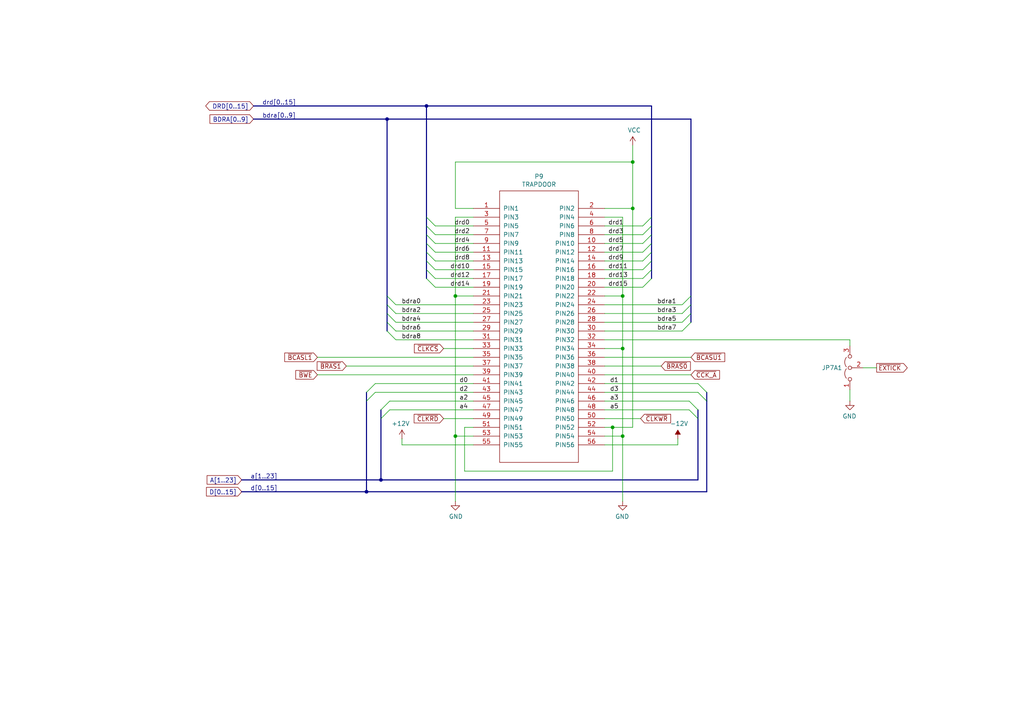
<source format=kicad_sch>
(kicad_sch (version 20250114) (generator "eeschema") (generator_version "9.0")
  (paper "A4")
  (title_block (title "Rämixx500") (date "2020-04-05") (rev "1") (company "SukkoPera") (comment 4 "Licensed under CC BY-NC-SA 4.0"))
  (lib_symbols
    (symbol "Jumper_3_Bridged23:Jumper_3_Open" (pin_names (offset 0) (hide yes))
      (property "Reference" "JP" (at -2.54 -2.54 0))
      (property "Value" "Jumper_3_Open" (at 0 2.794 0))
      (symbol "Jumper_3_Open_0_0"
        (circle (center -3.302 0) (radius 0.508))
        (circle (center 0 0) (radius 0.508))
        (circle (center 3.302 0) (radius 0.508))
      )
      (symbol "Jumper_3_Open_0_1"
        (arc (start -3.048 1.016) (mid -1.651 1.4992) (end -0.254 1.016))
        (polyline (pts (xy 0 -0.508) (xy 0 -1.27)))
        (arc (start 0.254 1.016) (mid 1.651 1.4992) (end 3.048 1.016))
      )
      (symbol "Jumper_3_Open_1_1"
        (pin passive line (at -6.35 0 0) (length 2.54) (name "A") (number "1"))
        (pin input line (at 0 -3.81 90) (length 2.54) (name "C") (number "2"))
        (pin passive line (at 6.35 0 180) (length 2.54) (name "B") (number "3"))
      )
    )
    (symbol "TRAPDOOR:TRAPDOOR" (pin_names (offset 1.016))
      (property "Reference" "U" (at 0 -2.54 0))
      (property "Value" "TRAPDOOR" (at 0 2.54 0))
      (symbol "TRAPDOOR_1_0"
        (rectangle (start -11.43 -39.37) (end 11.43 39.37))
      )
      (symbol "TRAPDOOR_1_1"
        (pin input line (at -19.05 34.29 0) (length 7.62) (name "PIN1") (number "1"))
        (pin input line (at -19.05 31.75 0) (length 7.62) (name "PIN3") (number "3"))
        (pin input line (at -19.05 29.21 0) (length 7.62) (name "PIN5") (number "5"))
        (pin input line (at -19.05 26.67 0) (length 7.62) (name "PIN7") (number "7"))
        (pin input line (at -19.05 24.13 0) (length 7.62) (name "PIN9") (number "9"))
        (pin input line (at -19.05 21.59 0) (length 7.62) (name "PIN11") (number "11"))
        (pin input line (at -19.05 19.05 0) (length 7.62) (name "PIN13") (number "13"))
        (pin input line (at -19.05 16.51 0) (length 7.62) (name "PIN15") (number "15"))
        (pin input line (at -19.05 13.97 0) (length 7.62) (name "PIN17") (number "17"))
        (pin input line (at -19.05 11.43 0) (length 7.62) (name "PIN19") (number "19"))
        (pin input line (at -19.05 8.89 0) (length 7.62) (name "PIN21") (number "21"))
        (pin input line (at -19.05 6.35 0) (length 7.62) (name "PIN23") (number "23"))
        (pin input line (at -19.05 3.81 0) (length 7.62) (name "PIN25") (number "25"))
        (pin input line (at -19.05 1.27 0) (length 7.62) (name "PIN27") (number "27"))
        (pin input line (at -19.05 -1.27 0) (length 7.62) (name "PIN29") (number "29"))
        (pin input line (at -19.05 -3.81 0) (length 7.62) (name "PIN31") (number "31"))
        (pin input line (at -19.05 -6.35 0) (length 7.62) (name "PIN33") (number "33"))
        (pin input line (at -19.05 -8.89 0) (length 7.62) (name "PIN35") (number "35"))
        (pin input line (at -19.05 -11.43 0) (length 7.62) (name "PIN37") (number "37"))
        (pin input line (at -19.05 -13.97 0) (length 7.62) (name "PIN39") (number "39"))
        (pin input line (at -19.05 -16.51 0) (length 7.62) (name "PIN41") (number "41"))
        (pin input line (at -19.05 -19.05 0) (length 7.62) (name "PIN43") (number "43"))
        (pin input line (at -19.05 -21.59 0) (length 7.62) (name "PIN45") (number "45"))
        (pin input line (at -19.05 -24.13 0) (length 7.62) (name "PIN47") (number "47"))
        (pin input line (at -19.05 -26.67 0) (length 7.62) (name "PIN49") (number "49"))
        (pin input line (at -19.05 -29.21 0) (length 7.62) (name "PIN51") (number "51"))
        (pin input line (at -19.05 -31.75 0) (length 7.62) (name "PIN53") (number "53"))
        (pin input line (at -19.05 -34.29 0) (length 7.62) (name "PIN55") (number "55"))
        (pin input line (at 19.05 34.29 180) (length 7.62) (name "PIN2") (number "2"))
        (pin input line (at 19.05 31.75 180) (length 7.62) (name "PIN4") (number "4"))
        (pin input line (at 19.05 29.21 180) (length 7.62) (name "PIN6") (number "6"))
        (pin input line (at 19.05 26.67 180) (length 7.62) (name "PIN8") (number "8"))
        (pin input line (at 19.05 24.13 180) (length 7.62) (name "PIN10") (number "10"))
        (pin input line (at 19.05 21.59 180) (length 7.62) (name "PIN12") (number "12"))
        (pin input line (at 19.05 19.05 180) (length 7.62) (name "PIN14") (number "14"))
        (pin input line (at 19.05 16.51 180) (length 7.62) (name "PIN16") (number "16"))
        (pin input line (at 19.05 13.97 180) (length 7.62) (name "PIN18") (number "18"))
        (pin input line (at 19.05 11.43 180) (length 7.62) (name "PIN20") (number "20"))
        (pin input line (at 19.05 8.89 180) (length 7.62) (name "PIN22") (number "22"))
        (pin input line (at 19.05 6.35 180) (length 7.62) (name "PIN24") (number "24"))
        (pin input line (at 19.05 3.81 180) (length 7.62) (name "PIN26") (number "26"))
        (pin input line (at 19.05 1.27 180) (length 7.62) (name "PIN28") (number "28"))
        (pin input line (at 19.05 -1.27 180) (length 7.62) (name "PIN30") (number "30"))
        (pin input line (at 19.05 -3.81 180) (length 7.62) (name "PIN32") (number "32"))
        (pin input line (at 19.05 -6.35 180) (length 7.62) (name "PIN34") (number "34"))
        (pin input line (at 19.05 -8.89 180) (length 7.62) (name "PIN36") (number "36"))
        (pin input line (at 19.05 -11.43 180) (length 7.62) (name "PIN38") (number "38"))
        (pin input line (at 19.05 -13.97 180) (length 7.62) (name "PIN40") (number "40"))
        (pin input line (at 19.05 -16.51 180) (length 7.62) (name "PIN42") (number "42"))
        (pin input line (at 19.05 -19.05 180) (length 7.62) (name "PIN44") (number "44"))
        (pin input line (at 19.05 -21.59 180) (length 7.62) (name "PIN46") (number "46"))
        (pin input line (at 19.05 -24.13 180) (length 7.62) (name "PIN48") (number "48"))
        (pin input line (at 19.05 -26.67 180) (length 7.62) (name "PIN50") (number "50"))
        (pin input line (at 19.05 -29.21 180) (length 7.62) (name "PIN52") (number "52"))
        (pin input line (at 19.05 -31.75 180) (length 7.62) (name "PIN54") (number "54"))
        (pin input line (at 19.05 -34.29 180) (length 7.62) (name "PIN56") (number "56"))
      )
    )
    (symbol "power:+12V" (power) (pin_numbers (hide yes)) (pin_names (offset 0) (hide yes))
      (property "Value" "+12V" (at 0 3.556 0))
      (symbol "+12V_0_1"
        (polyline (pts (xy -0.762 1.27) (xy 0 2.54)))
        (polyline (pts (xy 0 2.54) (xy 0.762 1.27)))
        (polyline (pts (xy 0 0) (xy 0 2.54)))
      )
      (symbol "+12V_1_1"
        (pin power_in line (at 0 0 90) (length 0) (name "~") (number "1"))
      )
    )
    (symbol "power:-12V" (power) (pin_numbers (hide yes)) (pin_names (offset 0) (hide yes))
      (property "Value" "-12V" (at 0 3.556 0))
      (symbol "-12V_0_0"
        (pin power_in line (at 0 0 90) (length 0) (name "~") (number "1"))
      )
      (symbol "-12V_0_1"
        (polyline (pts (xy 0 0) (xy 0 1.27) (xy 0.762 1.27) (xy 0 2.54) (xy -0.762 1.27) (xy 0 1.27)) (fill (type outline)))
      )
    )
    (symbol "power:GND" (power) (pin_numbers (hide yes)) (pin_names (offset 0) (hide yes))
      (property "Value" "GND" (at 0 -3.81 0))
      (symbol "GND_0_1"
        (polyline (pts (xy 0 0) (xy 0 -1.27) (xy 1.27 -1.27) (xy 0 -2.54) (xy -1.27 -1.27) (xy 0 -1.27)))
      )
      (symbol "GND_1_1"
        (pin power_in line (at 0 0 270) (length 0) (name "~") (number "1"))
      )
    )
    (symbol "power:VCC" (power) (pin_numbers (hide yes)) (pin_names (offset 0) (hide yes))
      (property "Value" "VCC" (at 0 3.556 0))
      (symbol "VCC_0_1"
        (polyline (pts (xy -0.762 1.27) (xy 0 2.54)))
        (polyline (pts (xy 0 2.54) (xy 0.762 1.27)))
        (polyline (pts (xy 0 0) (xy 0 2.54)))
      )
      (symbol "VCC_1_1"
        (pin power_in line (at 0 0 90) (length 0) (name "~") (number "1"))
      )
    )
  )
  (junction (at 180.594 85.852))
  (junction (at 123.698 30.734))
  (junction (at 180.594 101.092))
  (junction (at 183.515 46.99))
  (junction (at 110.49 139.192))
  (junction (at 106.299 142.621))
  (junction (at 183.515 60.452))
  (junction (at 177.673 123.952))
  (junction (at 132.08 126.492))
  (junction (at 132.08 85.852))
  (junction (at 180.594 126.492))
  (junction (at 112.268 34.544))
  (bus_entry (at 123.698 75.692) (size 2.54 2.54))
  (bus_entry (at 204.978 113.792) (size -2.54 -2.54))
  (bus_entry (at 188.976 75.692) (size -2.54 2.54))
  (bus_entry (at 188.976 62.992) (size -2.54 2.54))
  (bus_entry (at 123.698 73.152) (size 2.54 2.54))
  (bus_entry (at 188.976 68.072) (size -2.54 2.54))
  (bus_entry (at 188.976 70.612) (size -2.54 2.54))
  (bus_entry (at 123.698 62.992) (size 2.54 2.54))
  (bus_entry (at 114.808 96.012) (size -2.54 -2.54))
  (bus_entry (at 202.438 118.872) (size -2.54 -2.54))
  (bus_entry (at 114.808 98.552) (size -2.54 -2.54))
  (bus_entry (at 188.976 65.532) (size -2.54 2.54))
  (bus_entry (at 123.698 68.072) (size 2.54 2.54))
  (bus_entry (at 114.808 88.392) (size -2.54 -2.54))
  (bus_entry (at 197.866 90.932) (size 2.54 -2.54))
  (bus_entry (at 188.976 78.232) (size -2.54 2.54))
  (bus_entry (at 106.299 116.332) (size 2.54 -2.54))
  (bus_entry (at 197.866 96.012) (size 2.54 -2.54))
  (bus_entry (at 197.866 88.392) (size 2.54 -2.54))
  (bus_entry (at 113.03 116.332) (size -2.54 2.54))
  (bus_entry (at 110.49 121.412) (size 2.54 -2.54))
  (bus_entry (at 106.299 113.792) (size 2.54 -2.54))
  (bus_entry (at 123.698 70.612) (size 2.54 2.54))
  (bus_entry (at 123.698 78.232) (size 2.54 2.54))
  (bus_entry (at 123.698 80.772) (size 2.54 2.54))
  (bus_entry (at 188.976 80.772) (size -2.54 2.54))
  (bus_entry (at 188.976 73.152) (size -2.54 2.54))
  (bus_entry (at 197.866 93.472) (size 2.54 -2.54))
  (bus_entry (at 114.808 93.472) (size -2.54 -2.54))
  (bus_entry (at 204.978 116.332) (size -2.54 -2.54))
  (bus_entry (at 202.438 121.412) (size -2.54 -2.54))
  (bus_entry (at 123.698 65.532) (size 2.54 2.54))
  (bus_entry (at 114.808 90.932) (size -2.54 -2.54))
  (bus (pts (xy 112.268 34.544) (xy 112.268 85.852)))
  (wire (pts (xy 175.387 80.772) (xy 186.436 80.772)))
  (wire (pts (xy 137.287 85.852) (xy 132.08 85.852)))
  (bus (pts (xy 188.976 30.734) (xy 188.976 62.992)))
  (wire (pts (xy 175.387 75.692) (xy 186.436 75.692)))
  (wire (pts (xy 113.03 116.332) (xy 137.287 116.332)))
  (bus (pts (xy 188.976 65.532) (xy 188.976 68.072)))
  (wire (pts (xy 246.507 98.552) (xy 246.507 100.33)))
  (bus (pts (xy 123.698 30.734) (xy 73.533 30.734)))
  (bus (pts (xy 204.978 116.332) (xy 204.978 142.621)))
  (wire (pts (xy 250.317 106.68) (xy 254.254 106.68)))
  (wire (pts (xy 175.387 123.952) (xy 177.673 123.952)))
  (wire (pts (xy 137.287 70.612) (xy 126.238 70.612)))
  (bus (pts (xy 112.268 93.472) (xy 112.268 96.012)))
  (wire (pts (xy 113.03 118.872) (xy 137.287 118.872)))
  (wire (pts (xy 175.387 68.072) (xy 186.436 68.072)))
  (wire (pts (xy 175.387 60.452) (xy 183.515 60.452)))
  (wire (pts (xy 183.515 123.952) (xy 183.515 60.452)))
  (bus (pts (xy 106.299 142.621) (xy 70.104 142.621)))
  (bus (pts (xy 123.698 30.734) (xy 188.976 30.734)))
  (bus (pts (xy 202.438 121.412) (xy 202.438 139.192)))
  (wire (pts (xy 132.08 85.852) (xy 132.08 126.492)))
  (wire (pts (xy 175.387 83.312) (xy 186.436 83.312)))
  (wire (pts (xy 246.507 113.03) (xy 246.507 116.332)))
  (wire (pts (xy 175.387 93.472) (xy 197.866 93.472)))
  (wire (pts (xy 137.287 126.492) (xy 132.08 126.492)))
  (wire (pts (xy 128.651 101.092) (xy 137.287 101.092)))
  (wire (pts (xy 137.287 103.632) (xy 92.075 103.632)))
  (bus (pts (xy 70.104 139.192) (xy 110.49 139.192)))
  (wire (pts (xy 137.287 129.032) (xy 116.586 129.032)))
  (bus (pts (xy 200.406 85.852) (xy 200.406 88.392)))
  (wire (pts (xy 137.287 123.952) (xy 134.747 123.952)))
  (wire (pts (xy 137.287 65.532) (xy 126.238 65.532)))
  (wire (pts (xy 183.515 46.99) (xy 183.515 42.164)))
  (wire (pts (xy 175.387 70.612) (xy 186.436 70.612)))
  (wire (pts (xy 137.287 93.472) (xy 114.808 93.472)))
  (wire (pts (xy 137.287 113.792) (xy 108.839 113.792)))
  (wire (pts (xy 134.747 136.652) (xy 177.673 136.652)))
  (wire (pts (xy 177.673 136.652) (xy 177.673 123.952)))
  (wire (pts (xy 185.801 121.412) (xy 175.387 121.412)))
  (wire (pts (xy 175.387 85.852) (xy 180.594 85.852)))
  (bus (pts (xy 202.438 118.872) (xy 202.438 121.412)))
  (wire (pts (xy 175.387 62.992) (xy 180.594 62.992)))
  (wire (pts (xy 116.586 129.032) (xy 116.586 127.254)))
  (bus (pts (xy 123.698 75.692) (xy 123.698 78.232)))
  (wire (pts (xy 183.515 60.452) (xy 183.515 46.99)))
  (wire (pts (xy 137.287 73.152) (xy 126.238 73.152)))
  (bus (pts (xy 110.49 118.872) (xy 110.49 121.412)))
  (wire (pts (xy 196.596 129.032) (xy 196.596 127.254)))
  (bus (pts (xy 110.49 121.412) (xy 110.49 139.192)))
  (wire (pts (xy 175.387 78.232) (xy 186.436 78.232)))
  (wire (pts (xy 175.387 116.332) (xy 199.898 116.332)))
  (wire (pts (xy 137.287 75.692) (xy 126.238 75.692)))
  (bus (pts (xy 200.406 34.544) (xy 112.268 34.544)))
  (wire (pts (xy 175.387 65.532) (xy 186.436 65.532)))
  (wire (pts (xy 137.287 106.172) (xy 100.457 106.172)))
  (bus (pts (xy 123.698 68.072) (xy 123.698 70.612)))
  (wire (pts (xy 175.387 96.012) (xy 197.866 96.012)))
  (wire (pts (xy 137.287 78.232) (xy 126.238 78.232)))
  (wire (pts (xy 175.387 106.172) (xy 191.77 106.172)))
  (wire (pts (xy 180.594 62.992) (xy 180.594 85.852)))
  (bus (pts (xy 106.299 116.332) (xy 106.299 142.621)))
  (wire (pts (xy 175.387 113.792) (xy 202.438 113.792)))
  (bus (pts (xy 188.976 75.692) (xy 188.976 78.232)))
  (wire (pts (xy 175.387 108.712) (xy 200.406 108.712)))
  (wire (pts (xy 180.594 101.092) (xy 180.594 126.492)))
  (wire (pts (xy 134.747 123.952) (xy 134.747 136.652)))
  (bus (pts (xy 123.698 62.992) (xy 123.698 65.532)))
  (bus (pts (xy 73.533 34.544) (xy 112.268 34.544)))
  (wire (pts (xy 137.287 80.772) (xy 126.238 80.772)))
  (bus (pts (xy 188.976 78.232) (xy 188.976 80.772)))
  (wire (pts (xy 137.287 68.072) (xy 126.238 68.072)))
  (wire (pts (xy 137.287 90.932) (xy 114.808 90.932)))
  (wire (pts (xy 177.673 123.952) (xy 183.515 123.952)))
  (bus (pts (xy 123.698 73.152) (xy 123.698 75.692)))
  (wire (pts (xy 128.651 121.412) (xy 137.287 121.412)))
  (wire (pts (xy 132.08 60.452) (xy 132.08 46.99)))
  (bus (pts (xy 200.406 34.544) (xy 200.406 85.852)))
  (bus (pts (xy 112.268 90.932) (xy 112.268 93.472)))
  (bus (pts (xy 110.49 139.192) (xy 202.438 139.192)))
  (wire (pts (xy 175.387 126.492) (xy 180.594 126.492)))
  (bus (pts (xy 123.698 30.734) (xy 123.698 62.992)))
  (bus (pts (xy 188.976 68.072) (xy 188.976 70.612)))
  (wire (pts (xy 132.08 126.492) (xy 132.08 145.415)))
  (wire (pts (xy 175.387 90.932) (xy 197.866 90.932)))
  (bus (pts (xy 188.976 73.152) (xy 188.976 75.692)))
  (wire (pts (xy 175.387 101.092) (xy 180.594 101.092)))
  (bus (pts (xy 106.299 113.792) (xy 106.299 116.332)))
  (wire (pts (xy 132.08 62.992) (xy 132.08 85.852)))
  (wire (pts (xy 180.594 126.492) (xy 180.594 145.415)))
  (bus (pts (xy 188.976 62.992) (xy 188.976 65.532)))
  (wire (pts (xy 175.387 73.152) (xy 186.436 73.152)))
  (bus (pts (xy 123.698 70.612) (xy 123.698 73.152)))
  (wire (pts (xy 137.287 88.392) (xy 114.808 88.392)))
  (bus (pts (xy 123.698 65.532) (xy 123.698 68.072)))
  (wire (pts (xy 199.898 118.872) (xy 175.387 118.872)))
  (bus (pts (xy 123.698 78.232) (xy 123.698 80.772)))
  (wire (pts (xy 137.287 96.012) (xy 114.808 96.012)))
  (bus (pts (xy 188.976 70.612) (xy 188.976 73.152)))
  (wire (pts (xy 180.594 85.852) (xy 180.594 101.092)))
  (wire (pts (xy 137.287 62.992) (xy 132.08 62.992)))
  (bus (pts (xy 112.268 88.392) (xy 112.268 90.932)))
  (wire (pts (xy 137.287 60.452) (xy 132.08 60.452)))
  (wire (pts (xy 137.287 111.252) (xy 108.839 111.252)))
  (bus (pts (xy 204.978 113.792) (xy 204.978 116.332)))
  (bus (pts (xy 200.406 88.392) (xy 200.406 90.932)))
  (wire (pts (xy 137.287 83.312) (xy 126.238 83.312)))
  (wire (pts (xy 175.387 111.252) (xy 202.438 111.252)))
  (wire (pts (xy 137.287 108.712) (xy 92.075 108.712)))
  (wire (pts (xy 175.387 88.392) (xy 197.866 88.392)))
  (wire (pts (xy 175.387 129.032) (xy 196.596 129.032)))
  (wire (pts (xy 137.287 98.552) (xy 114.808 98.552)))
  (bus (pts (xy 112.268 85.852) (xy 112.268 88.392)))
  (wire (pts (xy 132.08 46.99) (xy 183.515 46.99)))
  (bus (pts (xy 204.978 142.621) (xy 106.299 142.621)))
  (wire (pts (xy 175.387 98.552) (xy 246.507 98.552)))
  (wire (pts (xy 175.387 103.632) (xy 200.406 103.632)))
  (bus (pts (xy 200.406 90.932) (xy 200.406 93.472)))
  (label "a2" (at 133.223 116.332 0))
  (label "drd15" (at 176.403 83.312 0))
  (label "drd6" (at 136.271 73.152 180))
  (label "a3" (at 179.451 116.332 180))
  (label "d0" (at 133.223 111.252 0))
  (label "bdra3" (at 196.215 90.932 180))
  (label "bdra[0..9]" (at 76.073 34.544 0))
  (label "drd8" (at 136.271 75.692 180))
  (label "drd14" (at 136.271 83.312 180))
  (label "drd0" (at 136.271 65.532 180))
  (label "a4" (at 133.223 118.872 0))
  (label "bdra8" (at 116.459 98.552 0))
  (label "bdra4" (at 116.459 93.472 0))
  (label "drd13" (at 176.403 80.772 0))
  (label "d3" (at 179.451 113.792 180))
  (label "drd7" (at 176.403 73.152 0))
  (label "d1" (at 179.451 111.252 180))
  (label "drd12" (at 136.271 80.772 180))
  (label "drd5" (at 176.403 70.612 0))
  (label "bdra0" (at 116.459 88.392 0))
  (label "drd[0..15]" (at 76.073 30.734 0))
  (label "d[0..15]" (at 72.644 142.621 0))
  (label "drd2" (at 136.271 68.072 180))
  (label "drd10" (at 136.271 78.232 180))
  (label "bdra2" (at 116.459 90.932 0))
  (label "bdra6" (at 116.459 96.012 0))
  (label "drd3" (at 176.403 68.072 0))
  (label "d2" (at 133.223 113.792 0))
  (label "drd11" (at 176.403 78.232 0))
  (label "drd9" (at 176.403 75.692 0))
  (label "bdra1" (at 196.215 88.392 180))
  (label "bdra5" (at 196.215 93.472 180))
  (label "a5" (at 179.451 118.872 180))
  (label "a[1..23]" (at 72.644 139.192 0))
  (label "bdra7" (at 196.215 96.012 180))
  (label "drd1" (at 176.403 65.532 0))
  (label "drd4" (at 136.271 70.612 180))
  (global_label "~{BWE}" (shape input) (at 92.075 108.712 180) (property "Intersheetrefs" "${INTERSHEET_REFS}" (effects (hide yes))))
  (global_label "~{CCK_A}" (shape input) (at 200.406 108.712 0) (property "Intersheetrefs" "${INTERSHEET_REFS}" (effects (hide yes))))
  (global_label "~{EXTICK}" (shape output) (at 254.254 106.68 0) (property "Intersheetrefs" "${INTERSHEET_REFS}" (effects (hide yes))))
  (global_label "~{BCASL1}" (shape input) (at 92.075 103.632 180) (property "Intersheetrefs" "${INTERSHEET_REFS}" (effects (hide yes))))
  (global_label "~{CLKRD}" (shape input) (at 128.651 121.412 180) (property "Intersheetrefs" "${INTERSHEET_REFS}" (effects (hide yes))))
  (global_label "A[1..23]" (shape input) (at 70.104 139.192 180) (property "Intersheetrefs" "${INTERSHEET_REFS}" (effects (hide yes))))
  (global_label "~{CLKWR}" (shape input) (at 185.801 121.412 0) (property "Intersheetrefs" "${INTERSHEET_REFS}" (effects (hide yes))))
  (global_label "~{BRAS1}" (shape input) (at 100.457 106.172 180) (property "Intersheetrefs" "${INTERSHEET_REFS}" (effects (hide yes))))
  (global_label "D[0..15]" (shape input) (at 70.104 142.621 180) (property "Intersheetrefs" "${INTERSHEET_REFS}" (effects (hide yes))))
  (global_label "~{CLKCS}" (shape input) (at 128.651 101.092 180) (property "Intersheetrefs" "${INTERSHEET_REFS}" (effects (hide yes))))
  (global_label "BDRA[0..9]" (shape input) (at 73.533 34.544 180) (property "Intersheetrefs" "${INTERSHEET_REFS}" (effects (hide yes))))
  (global_label "DRD[0..15]" (shape bidirectional) (at 73.533 30.734 180) (property "Intersheetrefs" "${INTERSHEET_REFS}" (effects (hide yes))))
  (global_label "~{BCASU1}" (shape input) (at 200.406 103.632 0) (property "Intersheetrefs" "${INTERSHEET_REFS}" (effects (hide yes))))
  (global_label "~{BRAS0}" (shape input) (at 191.77 106.172 0) (property "Intersheetrefs" "${INTERSHEET_REFS}" (effects (hide yes))))
  (symbol (lib_id "TRAPDOOR:TRAPDOOR") (at 156.337 94.742 0) (unit 1)
    (property "Reference" "P9" (at 156.337 51.181 0))
    (property "Value" "TRAPDOOR" (at 156.337 53.4924 0))
    (property "Footprint" "Raemixx500:Trapdoor" (effects (hide yes)))
    (property "Datasheet" "DOCUMENTATION" (effects (hide yes)))
    (property "Section" "CONN" (effects (hide yes)))
  )
  (symbol (lib_id "power:-12V") (at 196.596 127.254 0) (unit 1)
    (property "Reference" "#PWR0252" (effects (hide yes)))
    (property "Value" "-12V" (at 196.977 122.8598 0))
    (instances (project "" (path "" (reference "#PWR0252") (unit 1)) (path "" (reference "#PWR?") (unit 1)) (path "" (reference "#PWR?") (unit 1))))
  )
  (symbol (lib_id "power:+12V") (at 116.586 127.254 0) (mirror y) (unit 1)
    (property "Reference" "#PWR0253" (effects (hide yes)))
    (property "Value" "+12V" (at 116.205 122.8598 0))
    (instances (project "" (path "" (reference "#PWR0253") (unit 1)) (path "" (reference "#PWR?") (unit 1))))
  )
  (symbol (lib_id "power:GND") (at 132.08 145.415 0) (unit 1)
    (property "Reference" "#PWR0254" (effects (hide yes)))
    (property "Value" "GND" (at 132.207 149.8092 0))
  )
  (symbol (lib_id "power:GND") (at 180.594 145.415 0) (mirror y) (unit 1)
    (property "Reference" "#PWR0255" (effects (hide yes)))
    (property "Value" "GND" (at 180.467 149.8092 0))
  )
  (symbol (lib_id "power:VCC") (at 183.515 42.164 0) (unit 1)
    (property "Reference" "#PWR0256" (effects (hide yes)))
    (property "Value" "VCC" (at 183.9468 37.7698 0))
  )
  (symbol (lib_id "power:GND") (at 246.507 116.332 0) (mirror y) (unit 1)
    (property "Reference" "#PWR0257" (effects (hide yes)))
    (property "Value" "GND" (at 246.38 120.7262 0))
  )
  (symbol (lib_id "Jumper_3_Bridged23:Jumper_3_Open") (at 246.507 106.68 90) (unit 1)
    (property "Reference" "JP7A1" (at 244.2972 106.68 90) (effects (justify left)))
    (property "Value" "Jumper_3_Open" (effects (hide yes)))
    (property "Footprint" "Raemixx500:Jumper3-Open" (effects (hide yes)))
    (property "MFG Name" "SKIP" (effects (hide yes)))
    (property "MFG Part Num" "SKIP" (effects (hide yes)))
    (property "Section" "JMP" (effects (hide yes)))
  )
)
</source>
